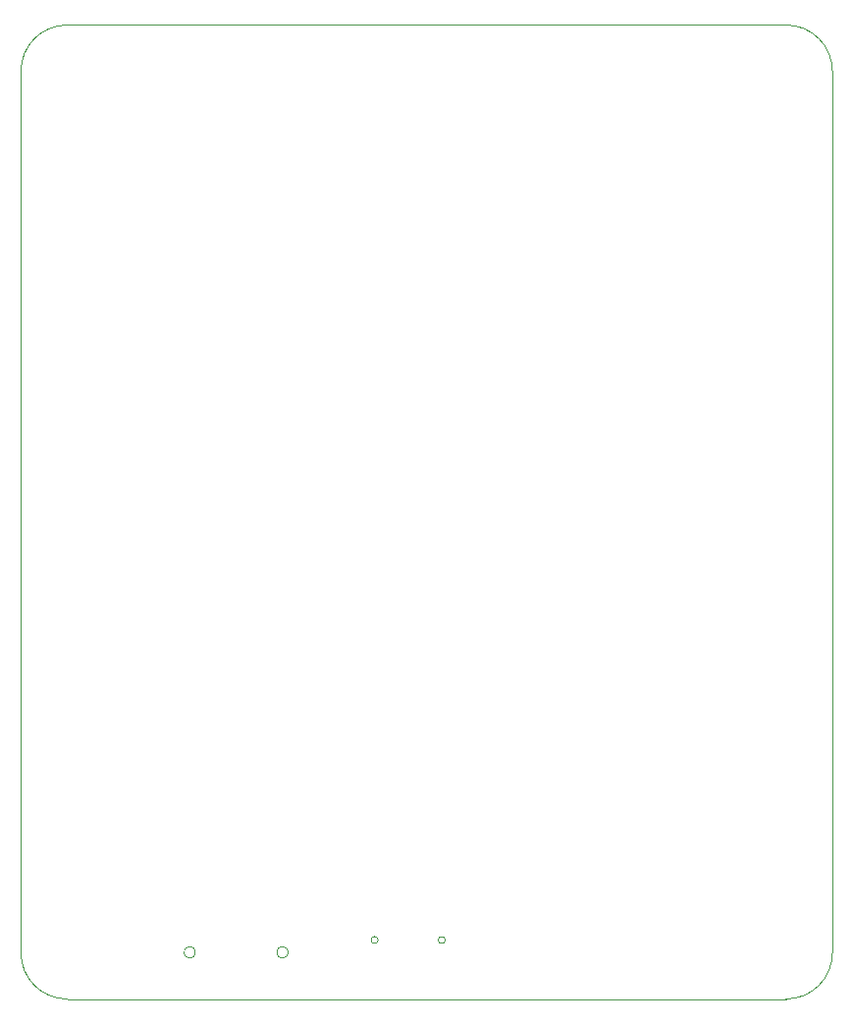
<source format=gbr>
%TF.GenerationSoftware,KiCad,Pcbnew,7.0.10*%
%TF.CreationDate,2024-02-25T13:23:12+01:00*%
%TF.ProjectId,OBSPro,4f425350-726f-42e6-9b69-6361645f7063,rev?*%
%TF.SameCoordinates,PX7270e00PY2255100*%
%TF.FileFunction,Profile,NP*%
%FSLAX46Y46*%
G04 Gerber Fmt 4.6, Leading zero omitted, Abs format (unit mm)*
G04 Created by KiCad (PCBNEW 7.0.10) date 2024-02-25 13:23:12*
%MOMM*%
%LPD*%
G01*
G04 APERTURE LIST*
%TA.AperFunction,Profile*%
%ADD10C,0.100000*%
%TD*%
%TA.AperFunction,Profile*%
%ADD11C,0.010000*%
%TD*%
G04 APERTURE END LIST*
D10*
X70000000Y-4000000D02*
G75*
G03*
X66000000Y0I-4000000J0D01*
G01*
X66000000Y-84000000D02*
G75*
G03*
X70000000Y-80000000I0J4000000D01*
G01*
X66000000Y-84000000D02*
X4000000Y-84000000D01*
X4000000Y0D02*
X66000000Y0D01*
X4000000Y0D02*
G75*
G03*
X0Y-4000000I0J-4000000D01*
G01*
X0Y-80000000D02*
X0Y-4000000D01*
X70000000Y-80000000D02*
X70000000Y-4000000D01*
X0Y-80000000D02*
G75*
G03*
X4000000Y-84000000I4000000J0D01*
G01*
D11*
%TO.C,J1*%
X30810000Y-78910000D02*
G75*
G03*
X30210000Y-78910000I-300000J0D01*
G01*
X30210000Y-78910000D02*
G75*
G03*
X30810000Y-78910000I300000J0D01*
G01*
X36590000Y-78910000D02*
G75*
G03*
X35990000Y-78910000I-300000J0D01*
G01*
X35990000Y-78910000D02*
G75*
G03*
X36590000Y-78910000I300000J0D01*
G01*
D10*
%TO.C,J4*%
X15060000Y-79977491D02*
G75*
G03*
X14060000Y-79977491I-500000J0D01*
G01*
X14060000Y-79977491D02*
G75*
G03*
X15060000Y-79977491I500000J0D01*
G01*
X23060000Y-79977491D02*
G75*
G03*
X22060000Y-79977491I-500000J0D01*
G01*
X22060000Y-79977491D02*
G75*
G03*
X23060000Y-79977491I500000J0D01*
G01*
%TD*%
M02*

</source>
